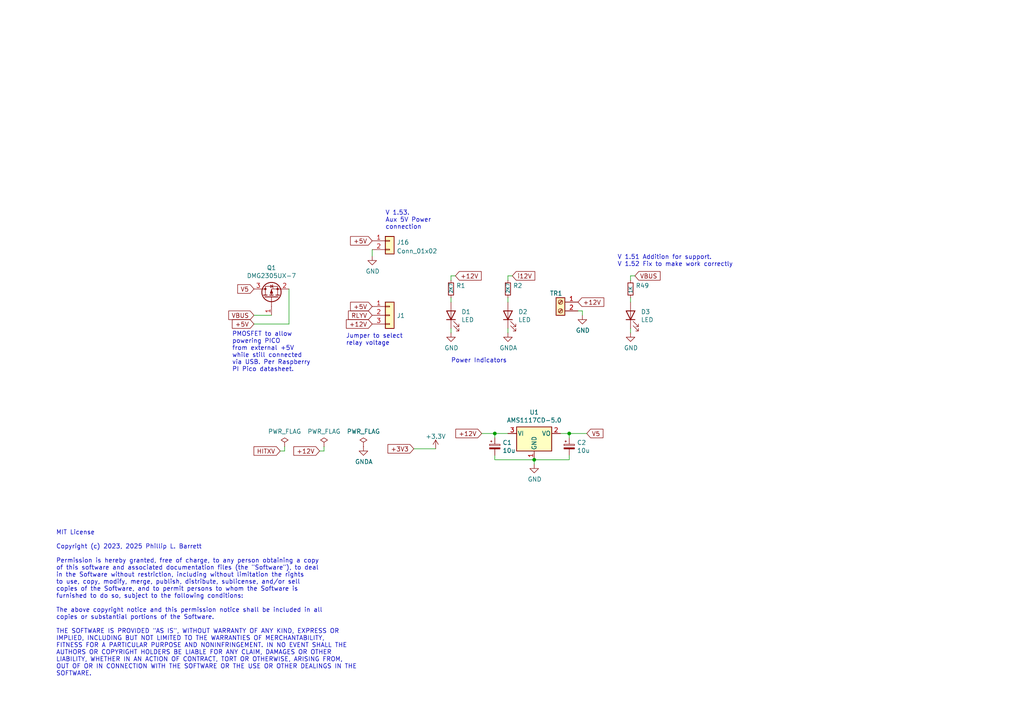
<source format=kicad_sch>
(kicad_sch
	(version 20231120)
	(generator "eeschema")
	(generator_version "8.0")
	(uuid "679b2f05-efc4-4098-852d-236d2fe07913")
	(paper "A4")
	(title_block
		(title "picoCNC ")
		(date "2023-09-13")
		(rev "Ver 1.55eth")
		(company "Brookwood Design")
	)
	(lib_symbols
		(symbol "Connector_Generic:Conn_01x02"
			(pin_names
				(offset 1.016) hide)
			(exclude_from_sim no)
			(in_bom yes)
			(on_board yes)
			(property "Reference" "J"
				(at 0 2.54 0)
				(effects
					(font
						(size 1.27 1.27)
					)
				)
			)
			(property "Value" "Conn_01x02"
				(at 0 -5.08 0)
				(effects
					(font
						(size 1.27 1.27)
					)
				)
			)
			(property "Footprint" ""
				(at 0 0 0)
				(effects
					(font
						(size 1.27 1.27)
					)
					(hide yes)
				)
			)
			(property "Datasheet" "~"
				(at 0 0 0)
				(effects
					(font
						(size 1.27 1.27)
					)
					(hide yes)
				)
			)
			(property "Description" "Generic connector, single row, 01x02, script generated (kicad-library-utils/schlib/autogen/connector/)"
				(at 0 0 0)
				(effects
					(font
						(size 1.27 1.27)
					)
					(hide yes)
				)
			)
			(property "ki_keywords" "connector"
				(at 0 0 0)
				(effects
					(font
						(size 1.27 1.27)
					)
					(hide yes)
				)
			)
			(property "ki_fp_filters" "Connector*:*_1x??_*"
				(at 0 0 0)
				(effects
					(font
						(size 1.27 1.27)
					)
					(hide yes)
				)
			)
			(symbol "Conn_01x02_1_1"
				(rectangle
					(start -1.27 -2.413)
					(end 0 -2.667)
					(stroke
						(width 0.1524)
						(type default)
					)
					(fill
						(type none)
					)
				)
				(rectangle
					(start -1.27 0.127)
					(end 0 -0.127)
					(stroke
						(width 0.1524)
						(type default)
					)
					(fill
						(type none)
					)
				)
				(rectangle
					(start -1.27 1.27)
					(end 1.27 -3.81)
					(stroke
						(width 0.254)
						(type default)
					)
					(fill
						(type background)
					)
				)
				(pin passive line
					(at -5.08 0 0)
					(length 3.81)
					(name "Pin_1"
						(effects
							(font
								(size 1.27 1.27)
							)
						)
					)
					(number "1"
						(effects
							(font
								(size 1.27 1.27)
							)
						)
					)
				)
				(pin passive line
					(at -5.08 -2.54 0)
					(length 3.81)
					(name "Pin_2"
						(effects
							(font
								(size 1.27 1.27)
							)
						)
					)
					(number "2"
						(effects
							(font
								(size 1.27 1.27)
							)
						)
					)
				)
			)
		)
		(symbol "Device:C_Polarized_Small"
			(pin_numbers hide)
			(pin_names
				(offset 0.254) hide)
			(exclude_from_sim no)
			(in_bom yes)
			(on_board yes)
			(property "Reference" "C"
				(at 0.254 1.778 0)
				(effects
					(font
						(size 1.27 1.27)
					)
					(justify left)
				)
			)
			(property "Value" "C_Polarized_Small"
				(at 0.254 -2.032 0)
				(effects
					(font
						(size 1.27 1.27)
					)
					(justify left)
				)
			)
			(property "Footprint" ""
				(at 0 0 0)
				(effects
					(font
						(size 1.27 1.27)
					)
					(hide yes)
				)
			)
			(property "Datasheet" "~"
				(at 0 0 0)
				(effects
					(font
						(size 1.27 1.27)
					)
					(hide yes)
				)
			)
			(property "Description" "Polarized capacitor, small symbol"
				(at 0 0 0)
				(effects
					(font
						(size 1.27 1.27)
					)
					(hide yes)
				)
			)
			(property "ki_keywords" "cap capacitor"
				(at 0 0 0)
				(effects
					(font
						(size 1.27 1.27)
					)
					(hide yes)
				)
			)
			(property "ki_fp_filters" "CP_*"
				(at 0 0 0)
				(effects
					(font
						(size 1.27 1.27)
					)
					(hide yes)
				)
			)
			(symbol "C_Polarized_Small_0_1"
				(rectangle
					(start -1.524 -0.3048)
					(end 1.524 -0.6858)
					(stroke
						(width 0)
						(type default)
					)
					(fill
						(type outline)
					)
				)
				(rectangle
					(start -1.524 0.6858)
					(end 1.524 0.3048)
					(stroke
						(width 0)
						(type default)
					)
					(fill
						(type none)
					)
				)
				(polyline
					(pts
						(xy -1.27 1.524) (xy -0.762 1.524)
					)
					(stroke
						(width 0)
						(type default)
					)
					(fill
						(type none)
					)
				)
				(polyline
					(pts
						(xy -1.016 1.27) (xy -1.016 1.778)
					)
					(stroke
						(width 0)
						(type default)
					)
					(fill
						(type none)
					)
				)
			)
			(symbol "C_Polarized_Small_1_1"
				(pin passive line
					(at 0 2.54 270)
					(length 1.8542)
					(name "~"
						(effects
							(font
								(size 1.27 1.27)
							)
						)
					)
					(number "1"
						(effects
							(font
								(size 1.27 1.27)
							)
						)
					)
				)
				(pin passive line
					(at 0 -2.54 90)
					(length 1.8542)
					(name "~"
						(effects
							(font
								(size 1.27 1.27)
							)
						)
					)
					(number "2"
						(effects
							(font
								(size 1.27 1.27)
							)
						)
					)
				)
			)
		)
		(symbol "Device:LED"
			(pin_numbers hide)
			(pin_names
				(offset 1.016) hide)
			(exclude_from_sim no)
			(in_bom yes)
			(on_board yes)
			(property "Reference" "D"
				(at 0 2.54 0)
				(effects
					(font
						(size 1.27 1.27)
					)
				)
			)
			(property "Value" "LED"
				(at 0 -2.54 0)
				(effects
					(font
						(size 1.27 1.27)
					)
				)
			)
			(property "Footprint" ""
				(at 0 0 0)
				(effects
					(font
						(size 1.27 1.27)
					)
					(hide yes)
				)
			)
			(property "Datasheet" "~"
				(at 0 0 0)
				(effects
					(font
						(size 1.27 1.27)
					)
					(hide yes)
				)
			)
			(property "Description" "Light emitting diode"
				(at 0 0 0)
				(effects
					(font
						(size 1.27 1.27)
					)
					(hide yes)
				)
			)
			(property "ki_keywords" "LED diode"
				(at 0 0 0)
				(effects
					(font
						(size 1.27 1.27)
					)
					(hide yes)
				)
			)
			(property "ki_fp_filters" "LED* LED_SMD:* LED_THT:*"
				(at 0 0 0)
				(effects
					(font
						(size 1.27 1.27)
					)
					(hide yes)
				)
			)
			(symbol "LED_0_1"
				(polyline
					(pts
						(xy -1.27 -1.27) (xy -1.27 1.27)
					)
					(stroke
						(width 0.254)
						(type default)
					)
					(fill
						(type none)
					)
				)
				(polyline
					(pts
						(xy -1.27 0) (xy 1.27 0)
					)
					(stroke
						(width 0)
						(type default)
					)
					(fill
						(type none)
					)
				)
				(polyline
					(pts
						(xy 1.27 -1.27) (xy 1.27 1.27) (xy -1.27 0) (xy 1.27 -1.27)
					)
					(stroke
						(width 0.254)
						(type default)
					)
					(fill
						(type none)
					)
				)
				(polyline
					(pts
						(xy -3.048 -0.762) (xy -4.572 -2.286) (xy -3.81 -2.286) (xy -4.572 -2.286) (xy -4.572 -1.524)
					)
					(stroke
						(width 0)
						(type default)
					)
					(fill
						(type none)
					)
				)
				(polyline
					(pts
						(xy -1.778 -0.762) (xy -3.302 -2.286) (xy -2.54 -2.286) (xy -3.302 -2.286) (xy -3.302 -1.524)
					)
					(stroke
						(width 0)
						(type default)
					)
					(fill
						(type none)
					)
				)
			)
			(symbol "LED_1_1"
				(pin passive line
					(at -3.81 0 0)
					(length 2.54)
					(name "K"
						(effects
							(font
								(size 1.27 1.27)
							)
						)
					)
					(number "1"
						(effects
							(font
								(size 1.27 1.27)
							)
						)
					)
				)
				(pin passive line
					(at 3.81 0 180)
					(length 2.54)
					(name "A"
						(effects
							(font
								(size 1.27 1.27)
							)
						)
					)
					(number "2"
						(effects
							(font
								(size 1.27 1.27)
							)
						)
					)
				)
			)
		)
		(symbol "Device:Q_PMOS_GSD"
			(pin_names
				(offset 0) hide)
			(exclude_from_sim no)
			(in_bom yes)
			(on_board yes)
			(property "Reference" "Q"
				(at 5.08 1.27 0)
				(effects
					(font
						(size 1.27 1.27)
					)
					(justify left)
				)
			)
			(property "Value" "Q_PMOS_GSD"
				(at 5.08 -1.27 0)
				(effects
					(font
						(size 1.27 1.27)
					)
					(justify left)
				)
			)
			(property "Footprint" ""
				(at 5.08 2.54 0)
				(effects
					(font
						(size 1.27 1.27)
					)
					(hide yes)
				)
			)
			(property "Datasheet" "~"
				(at 0 0 0)
				(effects
					(font
						(size 1.27 1.27)
					)
					(hide yes)
				)
			)
			(property "Description" "P-MOSFET transistor, gate/source/drain"
				(at 0 0 0)
				(effects
					(font
						(size 1.27 1.27)
					)
					(hide yes)
				)
			)
			(property "ki_keywords" "transistor PMOS P-MOS P-MOSFET"
				(at 0 0 0)
				(effects
					(font
						(size 1.27 1.27)
					)
					(hide yes)
				)
			)
			(symbol "Q_PMOS_GSD_0_1"
				(polyline
					(pts
						(xy 0.254 0) (xy -2.54 0)
					)
					(stroke
						(width 0)
						(type default)
					)
					(fill
						(type none)
					)
				)
				(polyline
					(pts
						(xy 0.254 1.905) (xy 0.254 -1.905)
					)
					(stroke
						(width 0.254)
						(type default)
					)
					(fill
						(type none)
					)
				)
				(polyline
					(pts
						(xy 0.762 -1.27) (xy 0.762 -2.286)
					)
					(stroke
						(width 0.254)
						(type default)
					)
					(fill
						(type none)
					)
				)
				(polyline
					(pts
						(xy 0.762 0.508) (xy 0.762 -0.508)
					)
					(stroke
						(width 0.254)
						(type default)
					)
					(fill
						(type none)
					)
				)
				(polyline
					(pts
						(xy 0.762 2.286) (xy 0.762 1.27)
					)
					(stroke
						(width 0.254)
						(type default)
					)
					(fill
						(type none)
					)
				)
				(polyline
					(pts
						(xy 2.54 2.54) (xy 2.54 1.778)
					)
					(stroke
						(width 0)
						(type default)
					)
					(fill
						(type none)
					)
				)
				(polyline
					(pts
						(xy 2.54 -2.54) (xy 2.54 0) (xy 0.762 0)
					)
					(stroke
						(width 0)
						(type default)
					)
					(fill
						(type none)
					)
				)
				(polyline
					(pts
						(xy 0.762 1.778) (xy 3.302 1.778) (xy 3.302 -1.778) (xy 0.762 -1.778)
					)
					(stroke
						(width 0)
						(type default)
					)
					(fill
						(type none)
					)
				)
				(polyline
					(pts
						(xy 2.286 0) (xy 1.27 0.381) (xy 1.27 -0.381) (xy 2.286 0)
					)
					(stroke
						(width 0)
						(type default)
					)
					(fill
						(type outline)
					)
				)
				(polyline
					(pts
						(xy 2.794 -0.508) (xy 2.921 -0.381) (xy 3.683 -0.381) (xy 3.81 -0.254)
					)
					(stroke
						(width 0)
						(type default)
					)
					(fill
						(type none)
					)
				)
				(polyline
					(pts
						(xy 3.302 -0.381) (xy 2.921 0.254) (xy 3.683 0.254) (xy 3.302 -0.381)
					)
					(stroke
						(width 0)
						(type default)
					)
					(fill
						(type none)
					)
				)
				(circle
					(center 1.651 0)
					(radius 2.794)
					(stroke
						(width 0.254)
						(type default)
					)
					(fill
						(type none)
					)
				)
				(circle
					(center 2.54 -1.778)
					(radius 0.254)
					(stroke
						(width 0)
						(type default)
					)
					(fill
						(type outline)
					)
				)
				(circle
					(center 2.54 1.778)
					(radius 0.254)
					(stroke
						(width 0)
						(type default)
					)
					(fill
						(type outline)
					)
				)
			)
			(symbol "Q_PMOS_GSD_1_1"
				(pin input line
					(at -5.08 0 0)
					(length 2.54)
					(name "G"
						(effects
							(font
								(size 1.27 1.27)
							)
						)
					)
					(number "1"
						(effects
							(font
								(size 1.27 1.27)
							)
						)
					)
				)
				(pin passive line
					(at 2.54 -5.08 90)
					(length 2.54)
					(name "S"
						(effects
							(font
								(size 1.27 1.27)
							)
						)
					)
					(number "2"
						(effects
							(font
								(size 1.27 1.27)
							)
						)
					)
				)
				(pin passive line
					(at 2.54 5.08 270)
					(length 2.54)
					(name "D"
						(effects
							(font
								(size 1.27 1.27)
							)
						)
					)
					(number "3"
						(effects
							(font
								(size 1.27 1.27)
							)
						)
					)
				)
			)
		)
		(symbol "Device:R_Small"
			(pin_numbers hide)
			(pin_names
				(offset 0.254) hide)
			(exclude_from_sim no)
			(in_bom yes)
			(on_board yes)
			(property "Reference" "R"
				(at 0.762 0.508 0)
				(effects
					(font
						(size 1.27 1.27)
					)
					(justify left)
				)
			)
			(property "Value" "R_Small"
				(at 0.762 -1.016 0)
				(effects
					(font
						(size 1.27 1.27)
					)
					(justify left)
				)
			)
			(property "Footprint" ""
				(at 0 0 0)
				(effects
					(font
						(size 1.27 1.27)
					)
					(hide yes)
				)
			)
			(property "Datasheet" "~"
				(at 0 0 0)
				(effects
					(font
						(size 1.27 1.27)
					)
					(hide yes)
				)
			)
			(property "Description" "Resistor, small symbol"
				(at 0 0 0)
				(effects
					(font
						(size 1.27 1.27)
					)
					(hide yes)
				)
			)
			(property "ki_keywords" "R resistor"
				(at 0 0 0)
				(effects
					(font
						(size 1.27 1.27)
					)
					(hide yes)
				)
			)
			(property "ki_fp_filters" "R_*"
				(at 0 0 0)
				(effects
					(font
						(size 1.27 1.27)
					)
					(hide yes)
				)
			)
			(symbol "R_Small_0_1"
				(rectangle
					(start -0.762 1.778)
					(end 0.762 -1.778)
					(stroke
						(width 0.2032)
						(type default)
					)
					(fill
						(type none)
					)
				)
			)
			(symbol "R_Small_1_1"
				(pin passive line
					(at 0 2.54 270)
					(length 0.762)
					(name "~"
						(effects
							(font
								(size 1.27 1.27)
							)
						)
					)
					(number "1"
						(effects
							(font
								(size 1.27 1.27)
							)
						)
					)
				)
				(pin passive line
					(at 0 -2.54 90)
					(length 0.762)
					(name "~"
						(effects
							(font
								(size 1.27 1.27)
							)
						)
					)
					(number "2"
						(effects
							(font
								(size 1.27 1.27)
							)
						)
					)
				)
			)
		)
		(symbol "Regulator_Linear:AMS1117CD-5.0"
			(pin_names
				(offset 0.254)
			)
			(exclude_from_sim no)
			(in_bom yes)
			(on_board yes)
			(property "Reference" "U"
				(at -3.81 3.175 0)
				(effects
					(font
						(size 1.27 1.27)
					)
				)
			)
			(property "Value" "AMS1117CD-5.0"
				(at 0 3.175 0)
				(effects
					(font
						(size 1.27 1.27)
					)
					(justify left)
				)
			)
			(property "Footprint" "Package_TO_SOT_SMD:TO-252-3_TabPin2"
				(at 0 5.08 0)
				(effects
					(font
						(size 1.27 1.27)
					)
					(hide yes)
				)
			)
			(property "Datasheet" "http://www.advanced-monolithic.com/pdf/ds1117.pdf"
				(at 2.54 -6.35 0)
				(effects
					(font
						(size 1.27 1.27)
					)
					(hide yes)
				)
			)
			(property "Description" "1A Low Dropout regulator, positive, 5.0V fixed output, TO-252"
				(at 0 0 0)
				(effects
					(font
						(size 1.27 1.27)
					)
					(hide yes)
				)
			)
			(property "ki_keywords" "linear regulator ldo fixed positive"
				(at 0 0 0)
				(effects
					(font
						(size 1.27 1.27)
					)
					(hide yes)
				)
			)
			(property "ki_fp_filters" "TO?252*TabPin2*"
				(at 0 0 0)
				(effects
					(font
						(size 1.27 1.27)
					)
					(hide yes)
				)
			)
			(symbol "AMS1117CD-5.0_0_1"
				(rectangle
					(start -5.08 -5.08)
					(end 5.08 1.905)
					(stroke
						(width 0.254)
						(type default)
					)
					(fill
						(type background)
					)
				)
			)
			(symbol "AMS1117CD-5.0_1_1"
				(pin power_in line
					(at 0 -7.62 90)
					(length 2.54)
					(name "GND"
						(effects
							(font
								(size 1.27 1.27)
							)
						)
					)
					(number "1"
						(effects
							(font
								(size 1.27 1.27)
							)
						)
					)
				)
				(pin power_out line
					(at 7.62 0 180)
					(length 2.54)
					(name "VO"
						(effects
							(font
								(size 1.27 1.27)
							)
						)
					)
					(number "2"
						(effects
							(font
								(size 1.27 1.27)
							)
						)
					)
				)
				(pin power_in line
					(at -7.62 0 0)
					(length 2.54)
					(name "VI"
						(effects
							(font
								(size 1.27 1.27)
							)
						)
					)
					(number "3"
						(effects
							(font
								(size 1.27 1.27)
							)
						)
					)
				)
			)
		)
		(symbol "picoCNC-rescue:Conn_01x03-conn"
			(pin_names
				(offset 1.016) hide)
			(exclude_from_sim no)
			(in_bom yes)
			(on_board yes)
			(property "Reference" "J"
				(at 0 5.08 0)
				(effects
					(font
						(size 1.27 1.27)
					)
				)
			)
			(property "Value" "Conn_01x03-conn"
				(at 0 -5.08 0)
				(effects
					(font
						(size 1.27 1.27)
					)
				)
			)
			(property "Footprint" ""
				(at 0 0 0)
				(effects
					(font
						(size 1.27 1.27)
					)
					(hide yes)
				)
			)
			(property "Datasheet" ""
				(at 0 0 0)
				(effects
					(font
						(size 1.27 1.27)
					)
					(hide yes)
				)
			)
			(property "Description" ""
				(at 0 0 0)
				(effects
					(font
						(size 1.27 1.27)
					)
					(hide yes)
				)
			)
			(property "ki_fp_filters" "Connector*:*_??x*mm* Connector*:*1x??x*mm* Pin?Header?Straight?1X* Pin?Header?Angled?1X* Socket?Strip?Straight?1X* Socket?Strip?Angled?1X*"
				(at 0 0 0)
				(effects
					(font
						(size 1.27 1.27)
					)
					(hide yes)
				)
			)
			(symbol "Conn_01x03-conn_1_1"
				(rectangle
					(start -1.27 -2.413)
					(end 0 -2.667)
					(stroke
						(width 0.1524)
						(type default)
					)
					(fill
						(type none)
					)
				)
				(rectangle
					(start -1.27 0.127)
					(end 0 -0.127)
					(stroke
						(width 0.1524)
						(type default)
					)
					(fill
						(type none)
					)
				)
				(rectangle
					(start -1.27 2.667)
					(end 0 2.413)
					(stroke
						(width 0.1524)
						(type default)
					)
					(fill
						(type none)
					)
				)
				(rectangle
					(start -1.27 3.81)
					(end 1.27 -3.81)
					(stroke
						(width 0.254)
						(type default)
					)
					(fill
						(type background)
					)
				)
				(pin passive line
					(at -5.08 2.54 0)
					(length 3.81)
					(name "Pin_1"
						(effects
							(font
								(size 1.27 1.27)
							)
						)
					)
					(number "1"
						(effects
							(font
								(size 1.27 1.27)
							)
						)
					)
				)
				(pin passive line
					(at -5.08 0 0)
					(length 3.81)
					(name "Pin_2"
						(effects
							(font
								(size 1.27 1.27)
							)
						)
					)
					(number "2"
						(effects
							(font
								(size 1.27 1.27)
							)
						)
					)
				)
				(pin passive line
					(at -5.08 -2.54 0)
					(length 3.81)
					(name "Pin_3"
						(effects
							(font
								(size 1.27 1.27)
							)
						)
					)
					(number "3"
						(effects
							(font
								(size 1.27 1.27)
							)
						)
					)
				)
			)
		)
		(symbol "picoCNC-rescue:Screw_Terminal_01x02-conn"
			(pin_names
				(offset 1.016) hide)
			(exclude_from_sim no)
			(in_bom yes)
			(on_board yes)
			(property "Reference" "J"
				(at 0 2.54 0)
				(effects
					(font
						(size 1.27 1.27)
					)
				)
			)
			(property "Value" "Screw_Terminal_01x02-conn"
				(at 0 -5.08 0)
				(effects
					(font
						(size 1.27 1.27)
					)
				)
			)
			(property "Footprint" ""
				(at 0 0 0)
				(effects
					(font
						(size 1.27 1.27)
					)
					(hide yes)
				)
			)
			(property "Datasheet" ""
				(at 0 0 0)
				(effects
					(font
						(size 1.27 1.27)
					)
					(hide yes)
				)
			)
			(property "Description" ""
				(at 0 0 0)
				(effects
					(font
						(size 1.27 1.27)
					)
					(hide yes)
				)
			)
			(property "ki_fp_filters" "Connector*Terminal*Block*:* TerminalBlock*"
				(at 0 0 0)
				(effects
					(font
						(size 1.27 1.27)
					)
					(hide yes)
				)
			)
			(symbol "Screw_Terminal_01x02-conn_1_1"
				(rectangle
					(start -1.27 1.27)
					(end 1.27 -3.81)
					(stroke
						(width 0.254)
						(type default)
					)
					(fill
						(type background)
					)
				)
				(circle
					(center 0 -2.54)
					(radius 0.635)
					(stroke
						(width 0.1524)
						(type default)
					)
					(fill
						(type none)
					)
				)
				(polyline
					(pts
						(xy -0.5334 -2.2098) (xy 0.3302 -3.048)
					)
					(stroke
						(width 0.1524)
						(type default)
					)
					(fill
						(type none)
					)
				)
				(polyline
					(pts
						(xy -0.5334 0.3302) (xy 0.3302 -0.508)
					)
					(stroke
						(width 0.1524)
						(type default)
					)
					(fill
						(type none)
					)
				)
				(polyline
					(pts
						(xy -0.3556 -2.032) (xy 0.508 -2.8702)
					)
					(stroke
						(width 0.1524)
						(type default)
					)
					(fill
						(type none)
					)
				)
				(polyline
					(pts
						(xy -0.3556 0.508) (xy 0.508 -0.3302)
					)
					(stroke
						(width 0.1524)
						(type default)
					)
					(fill
						(type none)
					)
				)
				(circle
					(center 0 0)
					(radius 0.635)
					(stroke
						(width 0.1524)
						(type default)
					)
					(fill
						(type none)
					)
				)
				(pin passive line
					(at -5.08 0 0)
					(length 3.81)
					(name "Pin_1"
						(effects
							(font
								(size 1.27 1.27)
							)
						)
					)
					(number "1"
						(effects
							(font
								(size 1.27 1.27)
							)
						)
					)
				)
				(pin passive line
					(at -5.08 -2.54 0)
					(length 3.81)
					(name "Pin_2"
						(effects
							(font
								(size 1.27 1.27)
							)
						)
					)
					(number "2"
						(effects
							(font
								(size 1.27 1.27)
							)
						)
					)
				)
			)
		)
		(symbol "power:+3.3V"
			(power)
			(pin_names
				(offset 0)
			)
			(exclude_from_sim no)
			(in_bom yes)
			(on_board yes)
			(property "Reference" "#PWR"
				(at 0 -3.81 0)
				(effects
					(font
						(size 1.27 1.27)
					)
					(hide yes)
				)
			)
			(property "Value" "+3.3V"
				(at 0 3.556 0)
				(effects
					(font
						(size 1.27 1.27)
					)
				)
			)
			(property "Footprint" ""
				(at 0 0 0)
				(effects
					(font
						(size 1.27 1.27)
					)
					(hide yes)
				)
			)
			(property "Datasheet" ""
				(at 0 0 0)
				(effects
					(font
						(size 1.27 1.27)
					)
					(hide yes)
				)
			)
			(property "Description" "Power symbol creates a global label with name \"+3.3V\""
				(at 0 0 0)
				(effects
					(font
						(size 1.27 1.27)
					)
					(hide yes)
				)
			)
			(property "ki_keywords" "power-flag"
				(at 0 0 0)
				(effects
					(font
						(size 1.27 1.27)
					)
					(hide yes)
				)
			)
			(symbol "+3.3V_0_1"
				(polyline
					(pts
						(xy -0.762 1.27) (xy 0 2.54)
					)
					(stroke
						(width 0)
						(type default)
					)
					(fill
						(type none)
					)
				)
				(polyline
					(pts
						(xy 0 0) (xy 0 2.54)
					)
					(stroke
						(width 0)
						(type default)
					)
					(fill
						(type none)
					)
				)
				(polyline
					(pts
						(xy 0 2.54) (xy 0.762 1.27)
					)
					(stroke
						(width 0)
						(type default)
					)
					(fill
						(type none)
					)
				)
			)
			(symbol "+3.3V_1_1"
				(pin power_in line
					(at 0 0 90)
					(length 0) hide
					(name "+3.3V"
						(effects
							(font
								(size 1.27 1.27)
							)
						)
					)
					(number "1"
						(effects
							(font
								(size 1.27 1.27)
							)
						)
					)
				)
			)
		)
		(symbol "power:GND"
			(power)
			(pin_names
				(offset 0)
			)
			(exclude_from_sim no)
			(in_bom yes)
			(on_board yes)
			(property "Reference" "#PWR"
				(at 0 -6.35 0)
				(effects
					(font
						(size 1.27 1.27)
					)
					(hide yes)
				)
			)
			(property "Value" "GND"
				(at 0 -3.81 0)
				(effects
					(font
						(size 1.27 1.27)
					)
				)
			)
			(property "Footprint" ""
				(at 0 0 0)
				(effects
					(font
						(size 1.27 1.27)
					)
					(hide yes)
				)
			)
			(property "Datasheet" ""
				(at 0 0 0)
				(effects
					(font
						(size 1.27 1.27)
					)
					(hide yes)
				)
			)
			(property "Description" "Power symbol creates a global label with name \"GND\" , ground"
				(at 0 0 0)
				(effects
					(font
						(size 1.27 1.27)
					)
					(hide yes)
				)
			)
			(property "ki_keywords" "power-flag"
				(at 0 0 0)
				(effects
					(font
						(size 1.27 1.27)
					)
					(hide yes)
				)
			)
			(symbol "GND_0_1"
				(polyline
					(pts
						(xy 0 0) (xy 0 -1.27) (xy 1.27 -1.27) (xy 0 -2.54) (xy -1.27 -1.27) (xy 0 -1.27)
					)
					(stroke
						(width 0)
						(type default)
					)
					(fill
						(type none)
					)
				)
			)
			(symbol "GND_1_1"
				(pin power_in line
					(at 0 0 270)
					(length 0) hide
					(name "GND"
						(effects
							(font
								(size 1.27 1.27)
							)
						)
					)
					(number "1"
						(effects
							(font
								(size 1.27 1.27)
							)
						)
					)
				)
			)
		)
		(symbol "power:GNDA"
			(power)
			(pin_names
				(offset 0)
			)
			(exclude_from_sim no)
			(in_bom yes)
			(on_board yes)
			(property "Reference" "#PWR"
				(at 0 -6.35 0)
				(effects
					(font
						(size 1.27 1.27)
					)
					(hide yes)
				)
			)
			(property "Value" "GNDA"
				(at 0 -3.81 0)
				(effects
					(font
						(size 1.27 1.27)
					)
				)
			)
			(property "Footprint" ""
				(at 0 0 0)
				(effects
					(font
						(size 1.27 1.27)
					)
					(hide yes)
				)
			)
			(property "Datasheet" ""
				(at 0 0 0)
				(effects
					(font
						(size 1.27 1.27)
					)
					(hide yes)
				)
			)
			(property "Description" "Power symbol creates a global label with name \"GNDA\" , analog ground"
				(at 0 0 0)
				(effects
					(font
						(size 1.27 1.27)
					)
					(hide yes)
				)
			)
			(property "ki_keywords" "power-flag"
				(at 0 0 0)
				(effects
					(font
						(size 1.27 1.27)
					)
					(hide yes)
				)
			)
			(symbol "GNDA_0_1"
				(polyline
					(pts
						(xy 0 0) (xy 0 -1.27) (xy 1.27 -1.27) (xy 0 -2.54) (xy -1.27 -1.27) (xy 0 -1.27)
					)
					(stroke
						(width 0)
						(type default)
					)
					(fill
						(type none)
					)
				)
			)
			(symbol "GNDA_1_1"
				(pin power_in line
					(at 0 0 270)
					(length 0) hide
					(name "GNDA"
						(effects
							(font
								(size 1.27 1.27)
							)
						)
					)
					(number "1"
						(effects
							(font
								(size 1.27 1.27)
							)
						)
					)
				)
			)
		)
		(symbol "power:PWR_FLAG"
			(power)
			(pin_numbers hide)
			(pin_names
				(offset 0) hide)
			(exclude_from_sim no)
			(in_bom yes)
			(on_board yes)
			(property "Reference" "#FLG"
				(at 0 1.905 0)
				(effects
					(font
						(size 1.27 1.27)
					)
					(hide yes)
				)
			)
			(property "Value" "PWR_FLAG"
				(at 0 3.81 0)
				(effects
					(font
						(size 1.27 1.27)
					)
				)
			)
			(property "Footprint" ""
				(at 0 0 0)
				(effects
					(font
						(size 1.27 1.27)
					)
					(hide yes)
				)
			)
			(property "Datasheet" "~"
				(at 0 0 0)
				(effects
					(font
						(size 1.27 1.27)
					)
					(hide yes)
				)
			)
			(property "Description" "Special symbol for telling ERC where power comes from"
				(at 0 0 0)
				(effects
					(font
						(size 1.27 1.27)
					)
					(hide yes)
				)
			)
			(property "ki_keywords" "power-flag"
				(at 0 0 0)
				(effects
					(font
						(size 1.27 1.27)
					)
					(hide yes)
				)
			)
			(symbol "PWR_FLAG_0_0"
				(pin power_out line
					(at 0 0 90)
					(length 0)
					(name "pwr"
						(effects
							(font
								(size 1.27 1.27)
							)
						)
					)
					(number "1"
						(effects
							(font
								(size 1.27 1.27)
							)
						)
					)
				)
			)
			(symbol "PWR_FLAG_0_1"
				(polyline
					(pts
						(xy 0 0) (xy 0 1.27) (xy -1.016 1.905) (xy 0 2.54) (xy 1.016 1.905) (xy 0 1.27)
					)
					(stroke
						(width 0)
						(type default)
					)
					(fill
						(type none)
					)
				)
			)
		)
	)
	(junction
		(at 165.1 125.73)
		(diameter 0)
		(color 0 0 0 0)
		(uuid "8db74f68-3be9-46b3-8add-131d99e5cde8")
	)
	(junction
		(at 143.51 125.73)
		(diameter 0)
		(color 0 0 0 0)
		(uuid "a64e2691-445b-4acc-b44b-3cd6a2f25454")
	)
	(junction
		(at 154.94 133.35)
		(diameter 0)
		(color 0 0 0 0)
		(uuid "eaab2129-4e1c-4325-ad74-344b65ff60e5")
	)
	(wire
		(pts
			(xy 73.66 93.98) (xy 83.82 93.98)
		)
		(stroke
			(width 0)
			(type default)
		)
		(uuid "0d67812d-cfac-40e5-a678-5b64a0f0c1f4")
	)
	(wire
		(pts
			(xy 73.66 91.44) (xy 78.74 91.44)
		)
		(stroke
			(width 0)
			(type default)
		)
		(uuid "1041a67f-7be4-450c-a1ba-dc8d39e99112")
	)
	(wire
		(pts
			(xy 154.94 134.62) (xy 154.94 133.35)
		)
		(stroke
			(width 0)
			(type default)
		)
		(uuid "13070104-4ff7-43f2-af1a-7bdf44be2d00")
	)
	(wire
		(pts
			(xy 93.98 130.81) (xy 93.98 129.54)
		)
		(stroke
			(width 0)
			(type default)
		)
		(uuid "15baf847-8a22-49d6-ad66-ac47f43d5129")
	)
	(wire
		(pts
			(xy 154.94 133.35) (xy 165.1 133.35)
		)
		(stroke
			(width 0)
			(type default)
		)
		(uuid "1f9dc3e4-547c-4cc3-8728-360134795a52")
	)
	(wire
		(pts
			(xy 162.56 125.73) (xy 165.1 125.73)
		)
		(stroke
			(width 0)
			(type default)
		)
		(uuid "236b9a14-75e2-4a61-9e45-7efb25a56f1a")
	)
	(wire
		(pts
			(xy 143.51 133.35) (xy 154.94 133.35)
		)
		(stroke
			(width 0)
			(type default)
		)
		(uuid "2bfd02bf-c62b-4382-b9aa-f029aacb0e31")
	)
	(wire
		(pts
			(xy 165.1 133.35) (xy 165.1 132.08)
		)
		(stroke
			(width 0)
			(type default)
		)
		(uuid "2e88a367-9385-434e-9481-21b938152a54")
	)
	(wire
		(pts
			(xy 130.81 80.01) (xy 132.08 80.01)
		)
		(stroke
			(width 0)
			(type default)
		)
		(uuid "30e8bb0f-537d-46c5-92f2-2f4584b1985f")
	)
	(wire
		(pts
			(xy 92.71 130.81) (xy 93.98 130.81)
		)
		(stroke
			(width 0)
			(type default)
		)
		(uuid "45414ce8-5b50-4013-befb-c8bd819f0d35")
	)
	(wire
		(pts
			(xy 120.015 130.175) (xy 126.365 130.175)
		)
		(stroke
			(width 0)
			(type default)
		)
		(uuid "4ad20386-2943-4dd0-baf0-a606eb176665")
	)
	(wire
		(pts
			(xy 182.88 96.52) (xy 182.88 95.25)
		)
		(stroke
			(width 0)
			(type default)
		)
		(uuid "5cda35e3-9b93-407a-91cb-b65c82f7cfbf")
	)
	(wire
		(pts
			(xy 147.32 96.52) (xy 147.32 95.25)
		)
		(stroke
			(width 0)
			(type default)
		)
		(uuid "60340496-4de2-4aeb-814e-6c0ddb91a875")
	)
	(wire
		(pts
			(xy 82.55 130.81) (xy 82.55 129.54)
		)
		(stroke
			(width 0)
			(type default)
		)
		(uuid "764d002b-776c-49b0-9788-0948b6fbbcbe")
	)
	(wire
		(pts
			(xy 130.81 81.28) (xy 130.81 80.01)
		)
		(stroke
			(width 0)
			(type default)
		)
		(uuid "7b598cb7-7812-48c3-b53d-c446f1da2b34")
	)
	(wire
		(pts
			(xy 182.88 80.01) (xy 184.15 80.01)
		)
		(stroke
			(width 0)
			(type default)
		)
		(uuid "7c30d32d-8fe5-43f0-a222-d394fe32c06f")
	)
	(wire
		(pts
			(xy 143.51 132.08) (xy 143.51 133.35)
		)
		(stroke
			(width 0)
			(type default)
		)
		(uuid "82495cf8-40a2-4809-9562-8880a832d3f6")
	)
	(wire
		(pts
			(xy 182.88 81.28) (xy 182.88 80.01)
		)
		(stroke
			(width 0)
			(type default)
		)
		(uuid "8dad61df-9d54-42ff-976f-67936acdb967")
	)
	(wire
		(pts
			(xy 130.81 96.52) (xy 130.81 95.25)
		)
		(stroke
			(width 0)
			(type default)
		)
		(uuid "8e64a4c8-da89-46f6-ad61-9000e37ee784")
	)
	(wire
		(pts
			(xy 147.32 125.73) (xy 143.51 125.73)
		)
		(stroke
			(width 0)
			(type default)
		)
		(uuid "95cc0ca0-410a-478b-9ef4-103be0acd456")
	)
	(wire
		(pts
			(xy 130.81 87.63) (xy 130.81 86.36)
		)
		(stroke
			(width 0)
			(type default)
		)
		(uuid "96944b67-4942-45ba-91a1-062298185651")
	)
	(wire
		(pts
			(xy 83.82 83.82) (xy 83.82 93.98)
		)
		(stroke
			(width 0)
			(type default)
		)
		(uuid "9e5b9738-1378-45bc-84c7-b06b7932a77d")
	)
	(wire
		(pts
			(xy 165.1 125.73) (xy 170.18 125.73)
		)
		(stroke
			(width 0)
			(type default)
		)
		(uuid "a3e751ba-404a-48ce-8af2-a4fe6f9a51cb")
	)
	(wire
		(pts
			(xy 167.64 90.17) (xy 168.91 90.17)
		)
		(stroke
			(width 0)
			(type default)
		)
		(uuid "a53f8cc5-b306-46ab-ba64-435617a7f608")
	)
	(wire
		(pts
			(xy 147.32 87.63) (xy 147.32 86.36)
		)
		(stroke
			(width 0)
			(type default)
		)
		(uuid "b078b60a-2173-49fb-9975-46646afb6085")
	)
	(wire
		(pts
			(xy 143.51 125.73) (xy 143.51 127)
		)
		(stroke
			(width 0)
			(type default)
		)
		(uuid "bdd639bb-caa8-40da-8075-3793b7ae6a48")
	)
	(wire
		(pts
			(xy 182.88 87.63) (xy 182.88 86.36)
		)
		(stroke
			(width 0)
			(type default)
		)
		(uuid "c09e35ff-dffd-45f2-bf26-c08e8620a7b5")
	)
	(wire
		(pts
			(xy 81.28 130.81) (xy 82.55 130.81)
		)
		(stroke
			(width 0)
			(type default)
		)
		(uuid "c0be64f1-8797-407e-bb12-406e315b7c6a")
	)
	(wire
		(pts
			(xy 107.95 74.295) (xy 107.95 72.39)
		)
		(stroke
			(width 0)
			(type default)
		)
		(uuid "caa5b54c-d810-428a-aa1c-3b880fa0faaa")
	)
	(wire
		(pts
			(xy 147.32 80.01) (xy 148.59 80.01)
		)
		(stroke
			(width 0)
			(type default)
		)
		(uuid "dd67253c-6597-4405-bb14-6c605950aa2d")
	)
	(wire
		(pts
			(xy 139.7 125.73) (xy 143.51 125.73)
		)
		(stroke
			(width 0)
			(type default)
		)
		(uuid "e7f6326d-13a6-4445-a92a-28a6a8e71dfb")
	)
	(wire
		(pts
			(xy 165.1 125.73) (xy 165.1 127)
		)
		(stroke
			(width 0)
			(type default)
		)
		(uuid "ecdf8c0b-b9fe-45c1-bce1-dc284a0fd62f")
	)
	(wire
		(pts
			(xy 168.91 90.17) (xy 168.91 91.44)
		)
		(stroke
			(width 0)
			(type default)
		)
		(uuid "f4d44e73-6a78-45da-a9b0-708ba25d83fe")
	)
	(wire
		(pts
			(xy 147.32 81.28) (xy 147.32 80.01)
		)
		(stroke
			(width 0)
			(type default)
		)
		(uuid "f4ef14fd-60bb-4136-9ab8-ecca4cd889fa")
	)
	(text "V 1.53. \nAux 5V Power\nconnection"
		(exclude_from_sim no)
		(at 111.76 66.675 0)
		(effects
			(font
				(size 1.27 1.27)
			)
			(justify left bottom)
		)
		(uuid "09972ac8-9d33-403b-a6a7-920dacd7fdec")
	)
	(text "Power Indicators"
		(exclude_from_sim no)
		(at 130.81 105.41 0)
		(effects
			(font
				(size 1.27 1.27)
			)
			(justify left bottom)
		)
		(uuid "202d2084-c65a-4725-905c-7b63235b0828")
	)
	(text "Jumper to select \nrelay voltage"
		(exclude_from_sim no)
		(at 100.33 100.33 0)
		(effects
			(font
				(size 1.27 1.27)
			)
			(justify left bottom)
		)
		(uuid "6ede1683-9de1-48d7-b441-9c28c485ac65")
	)
	(text "V 1.51 Addition for support.\nV 1.52 Fix to make work correctly"
		(exclude_from_sim no)
		(at 179.07 77.47 0)
		(effects
			(font
				(size 1.27 1.27)
			)
			(justify left bottom)
		)
		(uuid "9a82225c-2cfd-43c1-a0e5-62deea86364b")
	)
	(text "MIT License\n\nCopyright (c) 2023, 2025 Phillip L. Barrett\n\nPermission is hereby granted, free of charge, to any person obtaining a copy\nof this software and associated documentation files (the \"Software\"), to deal\nin the Software without restriction, including without limitation the rights\nto use, copy, modify, merge, publish, distribute, sublicense, and/or sell\ncopies of the Software, and to permit persons to whom the Software is\nfurnished to do so, subject to the following conditions:\n\nThe above copyright notice and this permission notice shall be included in all\ncopies or substantial portions of the Software.\n\nTHE SOFTWARE IS PROVIDED \"AS IS\", WITHOUT WARRANTY OF ANY KIND, EXPRESS OR\nIMPLIED, INCLUDING BUT NOT LIMITED TO THE WARRANTIES OF MERCHANTABILITY,\nFITNESS FOR A PARTICULAR PURPOSE AND NONINFRINGEMENT. IN NO EVENT SHALL THE\nAUTHORS OR COPYRIGHT HOLDERS BE LIABLE FOR ANY CLAIM, DAMAGES OR OTHER\nLIABILITY, WHETHER IN AN ACTION OF CONTRACT, TORT OR OTHERWISE, ARISING FROM,\nOUT OF OR IN CONNECTION WITH THE SOFTWARE OR THE USE OR OTHER DEALINGS IN THE\nSOFTWARE."
		(exclude_from_sim no)
		(at 16.256 175.006 0)
		(effects
			(font
				(size 1.27 1.27)
			)
			(justify left)
		)
		(uuid "b5d464c0-3702-484b-aecc-d454378e4c58")
	)
	(text "PMOSFET to allow \npowering PICO \nfrom external +5V\nwhile still connected\nvia USB. Per Raspberry\nPI Pico datasheet."
		(exclude_from_sim no)
		(at 67.31 107.95 0)
		(effects
			(font
				(size 1.27 1.27)
			)
			(justify left bottom)
		)
		(uuid "ef12a9a6-f5ed-4157-9b97-cf710f358c68")
	)
	(global_label "HITXV"
		(shape input)
		(at 81.28 130.81 180)
		(fields_autoplaced yes)
		(effects
			(font
				(size 1.27 1.27)
			)
			(justify right)
		)
		(uuid "03c1f21d-b055-4214-9ab5-29ebdb68f747")
		(property "Intersheetrefs" "${INTERSHEET_REFS}"
			(at 73.748 130.81 0)
			(effects
				(font
					(size 1.27 1.27)
				)
				(justify right)
				(hide yes)
			)
		)
	)
	(global_label "+12V"
		(shape input)
		(at 92.71 130.81 180)
		(fields_autoplaced yes)
		(effects
			(font
				(size 1.27 1.27)
			)
			(justify right)
		)
		(uuid "0a4b5d57-1d4c-4f1e-afdb-3da9bc690d5e")
		(property "Intersheetrefs" "${INTERSHEET_REFS}"
			(at 85.299 130.81 0)
			(effects
				(font
					(size 1.27 1.27)
				)
				(justify right)
				(hide yes)
			)
		)
	)
	(global_label "+5V"
		(shape input)
		(at 107.95 88.9 180)
		(fields_autoplaced yes)
		(effects
			(font
				(size 1.27 1.27)
			)
			(justify right)
		)
		(uuid "4a5255e2-aaec-4b3f-a69d-7268acb1d4ce")
		(property "Intersheetrefs" "${INTERSHEET_REFS}"
			(at 101.7485 88.9 0)
			(effects
				(font
					(size 1.27 1.27)
				)
				(justify right)
				(hide yes)
			)
		)
	)
	(global_label "V5"
		(shape input)
		(at 170.18 125.73 0)
		(fields_autoplaced yes)
		(effects
			(font
				(size 1.27 1.27)
			)
			(justify left)
		)
		(uuid "5dafeb83-ebee-4a00-a140-b2a8c3aab776")
		(property "Intersheetrefs" "${INTERSHEET_REFS}"
			(at 174.8091 125.73 0)
			(effects
				(font
					(size 1.27 1.27)
				)
				(justify left)
				(hide yes)
			)
		)
	)
	(global_label "VBUS"
		(shape input)
		(at 73.66 91.44 180)
		(fields_autoplaced yes)
		(effects
			(font
				(size 1.27 1.27)
			)
			(justify right)
		)
		(uuid "6025d13c-cb84-4a93-8021-b840049a7fa7")
		(property "Intersheetrefs" "${INTERSHEET_REFS}"
			(at 66.4304 91.44 0)
			(effects
				(font
					(size 1.27 1.27)
				)
				(justify right)
				(hide yes)
			)
		)
	)
	(global_label "+12V"
		(shape input)
		(at 167.64 87.63 0)
		(fields_autoplaced yes)
		(effects
			(font
				(size 1.27 1.27)
			)
			(justify left)
		)
		(uuid "79983bb6-9fa2-4813-89bc-57621bccb976")
		(property "Intersheetrefs" "${INTERSHEET_REFS}"
			(at 175.051 87.63 0)
			(effects
				(font
					(size 1.27 1.27)
				)
				(justify left)
				(hide yes)
			)
		)
	)
	(global_label "+12V"
		(shape input)
		(at 132.08 80.01 0)
		(fields_autoplaced yes)
		(effects
			(font
				(size 1.27 1.27)
			)
			(justify left)
		)
		(uuid "7bee08cf-472c-418d-a5c6-bd1b86a078fd")
		(property "Intersheetrefs" "${INTERSHEET_REFS}"
			(at 139.491 80.01 0)
			(effects
				(font
					(size 1.27 1.27)
				)
				(justify left)
				(hide yes)
			)
		)
	)
	(global_label "V5"
		(shape input)
		(at 73.66 83.82 180)
		(fields_autoplaced yes)
		(effects
			(font
				(size 1.27 1.27)
			)
			(justify right)
		)
		(uuid "970ab292-7168-4bc1-adb0-e2fe313d0407")
		(property "Intersheetrefs" "${INTERSHEET_REFS}"
			(at 69.0309 83.82 0)
			(effects
				(font
					(size 1.27 1.27)
				)
				(justify right)
				(hide yes)
			)
		)
	)
	(global_label "VBUS"
		(shape input)
		(at 184.15 80.01 0)
		(fields_autoplaced yes)
		(effects
			(font
				(size 1.27 1.27)
			)
			(justify left)
		)
		(uuid "9d6642d3-8130-4e00-8c01-8d5d07bd4f59")
		(property "Intersheetrefs" "${INTERSHEET_REFS}"
			(at 191.3796 80.01 0)
			(effects
				(font
					(size 1.27 1.27)
				)
				(justify left)
				(hide yes)
			)
		)
	)
	(global_label "+5V"
		(shape input)
		(at 73.66 93.98 180)
		(fields_autoplaced yes)
		(effects
			(font
				(size 1.27 1.27)
			)
			(justify right)
		)
		(uuid "a53cdb45-f3ff-4b9e-b9d4-16859ac8a54c")
		(property "Intersheetrefs" "${INTERSHEET_REFS}"
			(at 67.4585 93.98 0)
			(effects
				(font
					(size 1.27 1.27)
				)
				(justify right)
				(hide yes)
			)
		)
	)
	(global_label "i12V"
		(shape input)
		(at 148.59 80.01 0)
		(fields_autoplaced yes)
		(effects
			(font
				(size 1.27 1.27)
			)
			(justify left)
		)
		(uuid "a9e4f620-c779-4154-81f9-196bb3343c2a")
		(property "Intersheetrefs" "${INTERSHEET_REFS}"
			(at 155.0334 80.01 0)
			(effects
				(font
					(size 1.27 1.27)
				)
				(justify left)
				(hide yes)
			)
		)
	)
	(global_label "+12V"
		(shape input)
		(at 107.95 93.98 180)
		(fields_autoplaced yes)
		(effects
			(font
				(size 1.27 1.27)
			)
			(justify right)
		)
		(uuid "aba58e7b-c2b2-4832-bf02-095a41ad3ce8")
		(property "Intersheetrefs" "${INTERSHEET_REFS}"
			(at 100.539 93.98 0)
			(effects
				(font
					(size 1.27 1.27)
				)
				(justify right)
				(hide yes)
			)
		)
	)
	(global_label "RLYV"
		(shape input)
		(at 107.95 91.44 180)
		(fields_autoplaced yes)
		(effects
			(font
				(size 1.27 1.27)
			)
			(justify right)
		)
		(uuid "b7958dac-780b-4c90-94ae-b757795a41a7")
		(property "Intersheetrefs" "${INTERSHEET_REFS}"
			(at 101.1437 91.44 0)
			(effects
				(font
					(size 1.27 1.27)
				)
				(justify right)
				(hide yes)
			)
		)
	)
	(global_label "+3V3"
		(shape input)
		(at 120.015 130.175 180)
		(fields_autoplaced yes)
		(effects
			(font
				(size 1.27 1.27)
			)
			(justify right)
		)
		(uuid "e5a4bbfd-b13a-4401-aee0-2476179f3de3")
		(property "Intersheetrefs" "${INTERSHEET_REFS}"
			(at 112.6108 130.0956 0)
			(effects
				(font
					(size 1.27 1.27)
				)
				(justify right)
				(hide yes)
			)
		)
	)
	(global_label "+5V"
		(shape input)
		(at 107.95 69.85 180)
		(fields_autoplaced yes)
		(effects
			(font
				(size 1.27 1.27)
			)
			(justify right)
		)
		(uuid "f6639232-0b38-426e-87af-b328be738f56")
		(property "Intersheetrefs" "${INTERSHEET_REFS}"
			(at 0 -19.05 0)
			(effects
				(font
					(size 1.27 1.27)
				)
				(hide yes)
			)
		)
	)
	(global_label "+12V"
		(shape input)
		(at 139.7 125.73 180)
		(fields_autoplaced yes)
		(effects
			(font
				(size 1.27 1.27)
			)
			(justify right)
		)
		(uuid "f7e02e57-4832-4042-abc0-39cbf9c95efa")
		(property "Intersheetrefs" "${INTERSHEET_REFS}"
			(at 132.289 125.73 0)
			(effects
				(font
					(size 1.27 1.27)
				)
				(justify right)
				(hide yes)
			)
		)
	)
	(symbol
		(lib_id "Regulator_Linear:AMS1117CD-5.0")
		(at 154.94 125.73 0)
		(unit 1)
		(exclude_from_sim no)
		(in_bom yes)
		(on_board yes)
		(dnp no)
		(uuid "00000000-0000-0000-0000-0000609e8fdf")
		(property "Reference" "U1"
			(at 154.94 119.5832 0)
			(effects
				(font
					(size 1.27 1.27)
				)
			)
		)
		(property "Value" "AMS1117CD-5.0"
			(at 154.94 121.8946 0)
			(effects
				(font
					(size 1.27 1.27)
				)
			)
		)
		(property "Footprint" "Package_TO_SOT_SMD:SOT-223-3_TabPin2"
			(at 154.94 120.65 0)
			(effects
				(font
					(size 1.27 1.27)
				)
				(hide yes)
			)
		)
		(property "Datasheet" "http://www.advanced-monolithic.com/pdf/ds1117.pdf"
			(at 157.48 132.08 0)
			(effects
				(font
					(size 1.27 1.27)
				)
				(hide yes)
			)
		)
		(property "Description" ""
			(at 154.94 125.73 0)
			(effects
				(font
					(size 1.27 1.27)
				)
				(hide yes)
			)
		)
		(property "LCSC" "C277893"
			(at 154.94 125.73 0)
			(effects
				(font
					(size 1.27 1.27)
				)
				(hide yes)
			)
		)
		(property "Field4" ""
			(at 154.94 125.73 0)
			(effects
				(font
					(size 1.27 1.27)
				)
				(hide yes)
			)
		)
		(pin "1"
			(uuid "a0d9a792-6da4-42a9-a2ec-f44ea631bf3a")
		)
		(pin "2"
			(uuid "8784cc1c-3409-4676-aad3-32441334395e")
		)
		(pin "3"
			(uuid "6576edf5-fddc-46af-8dc8-2f1202c2c894")
		)
		(instances
			(project "picoCNC"
				(path "/b077d441-49f1-48de-a6ad-53217b01ccf9/00000000-0000-0000-0000-00006010fb27"
					(reference "U1")
					(unit 1)
				)
			)
		)
	)
	(symbol
		(lib_id "power:GND")
		(at 154.94 134.62 0)
		(unit 1)
		(exclude_from_sim no)
		(in_bom yes)
		(on_board yes)
		(dnp no)
		(uuid "00000000-0000-0000-0000-0000609ea0b6")
		(property "Reference" "#PWR02"
			(at 154.94 140.97 0)
			(effects
				(font
					(size 1.27 1.27)
				)
				(hide yes)
			)
		)
		(property "Value" "GND"
			(at 155.067 139.0142 0)
			(effects
				(font
					(size 1.27 1.27)
				)
			)
		)
		(property "Footprint" ""
			(at 154.94 134.62 0)
			(effects
				(font
					(size 1.27 1.27)
				)
				(hide yes)
			)
		)
		(property "Datasheet" ""
			(at 154.94 134.62 0)
			(effects
				(font
					(size 1.27 1.27)
				)
				(hide yes)
			)
		)
		(property "Description" ""
			(at 154.94 134.62 0)
			(effects
				(font
					(size 1.27 1.27)
				)
				(hide yes)
			)
		)
		(pin "1"
			(uuid "52f3c8c6-65cd-4b42-b32e-5a9a0baad0b0")
		)
		(instances
			(project "picoCNC"
				(path "/b077d441-49f1-48de-a6ad-53217b01ccf9/00000000-0000-0000-0000-00006010fb27"
					(reference "#PWR02")
					(unit 1)
				)
			)
		)
	)
	(symbol
		(lib_id "Device:C_Polarized_Small")
		(at 143.51 129.54 0)
		(unit 1)
		(exclude_from_sim no)
		(in_bom yes)
		(on_board yes)
		(dnp no)
		(uuid "00000000-0000-0000-0000-0000609ea5f3")
		(property "Reference" "C1"
			(at 145.7452 128.3716 0)
			(effects
				(font
					(size 1.27 1.27)
				)
				(justify left)
			)
		)
		(property "Value" "10u"
			(at 145.7452 130.683 0)
			(effects
				(font
					(size 1.27 1.27)
				)
				(justify left)
			)
		)
		(property "Footprint" "Capacitor_SMD:C_0805_2012Metric"
			(at 143.51 129.54 0)
			(effects
				(font
					(size 1.27 1.27)
				)
				(hide yes)
			)
		)
		(property "Datasheet" "~"
			(at 143.51 129.54 0)
			(effects
				(font
					(size 1.27 1.27)
				)
				(hide yes)
			)
		)
		(property "Description" ""
			(at 143.51 129.54 0)
			(effects
				(font
					(size 1.27 1.27)
				)
				(hide yes)
			)
		)
		(property "LCSC" " C15850"
			(at 143.51 129.54 0)
			(effects
				(font
					(size 1.27 1.27)
				)
				(hide yes)
			)
		)
		(property "Field4" ""
			(at 143.51 129.54 0)
			(effects
				(font
					(size 1.27 1.27)
				)
				(hide yes)
			)
		)
		(pin "1"
			(uuid "39941957-3296-4bfa-be83-3cf48286984d")
		)
		(pin "2"
			(uuid "4debb9b8-c96e-4bda-8c94-c801c9cb8812")
		)
		(instances
			(project "picoCNC"
				(path "/b077d441-49f1-48de-a6ad-53217b01ccf9/00000000-0000-0000-0000-00006010fb27"
					(reference "C1")
					(unit 1)
				)
			)
		)
	)
	(symbol
		(lib_id "Device:C_Polarized_Small")
		(at 165.1 129.54 0)
		(unit 1)
		(exclude_from_sim no)
		(in_bom yes)
		(on_board yes)
		(dnp no)
		(uuid "00000000-0000-0000-0000-0000609eaf83")
		(property "Reference" "C2"
			(at 167.3352 128.3716 0)
			(effects
				(font
					(size 1.27 1.27)
				)
				(justify left)
			)
		)
		(property "Value" "10u"
			(at 167.3352 130.683 0)
			(effects
				(font
					(size 1.27 1.27)
				)
				(justify left)
			)
		)
		(property "Footprint" "Capacitor_SMD:C_0805_2012Metric"
			(at 165.1 129.54 0)
			(effects
				(font
					(size 1.27 1.27)
				)
				(hide yes)
			)
		)
		(property "Datasheet" "~"
			(at 165.1 129.54 0)
			(effects
				(font
					(size 1.27 1.27)
				)
				(hide yes)
			)
		)
		(property "Description" ""
			(at 165.1 129.54 0)
			(effects
				(font
					(size 1.27 1.27)
				)
				(hide yes)
			)
		)
		(property "LCSC" " C15850"
			(at 165.1 129.54 0)
			(effects
				(font
					(size 1.27 1.27)
				)
				(hide yes)
			)
		)
		(property "Field4" ""
			(at 165.1 129.54 0)
			(effects
				(font
					(size 1.27 1.27)
				)
				(hide yes)
			)
		)
		(pin "1"
			(uuid "46d669eb-06b1-4b2c-8ad5-2f72282bcb09")
		)
		(pin "2"
			(uuid "6d005d93-641f-4ecb-b024-7cbf40e50726")
		)
		(instances
			(project "picoCNC"
				(path "/b077d441-49f1-48de-a6ad-53217b01ccf9/00000000-0000-0000-0000-00006010fb27"
					(reference "C2")
					(unit 1)
				)
			)
		)
	)
	(symbol
		(lib_id "Device:Q_PMOS_GSD")
		(at 78.74 86.36 90)
		(unit 1)
		(exclude_from_sim no)
		(in_bom yes)
		(on_board yes)
		(dnp no)
		(uuid "00000000-0000-0000-0000-000060fc312d")
		(property "Reference" "Q1"
			(at 78.74 77.6732 90)
			(effects
				(font
					(size 1.27 1.27)
				)
			)
		)
		(property "Value" "DMG2305UX-7"
			(at 78.74 79.9846 90)
			(effects
				(font
					(size 1.27 1.27)
				)
			)
		)
		(property "Footprint" "phils-footprints:SOT-23-rct"
			(at 76.2 81.28 0)
			(effects
				(font
					(size 1.27 1.27)
				)
				(hide yes)
			)
		)
		(property "Datasheet" "~"
			(at 78.74 86.36 0)
			(effects
				(font
					(size 1.27 1.27)
				)
				(hide yes)
			)
		)
		(property "Description" ""
			(at 78.74 86.36 0)
			(effects
				(font
					(size 1.27 1.27)
				)
				(hide yes)
			)
		)
		(property "LCSC" "C150470"
			(at 78.74 86.36 0)
			(effects
				(font
					(size 1.27 1.27)
				)
				(hide yes)
			)
		)
		(property "Field4" ""
			(at 78.74 86.36 0)
			(effects
				(font
					(size 1.27 1.27)
				)
				(hide yes)
			)
		)
		(pin "1"
			(uuid "4cd32e5c-367b-48ab-9ffe-f8c08b201dd8")
		)
		(pin "2"
			(uuid "73fbff3c-63d5-4de4-827e-07254044fd59")
		)
		(pin "3"
			(uuid "b1590660-b04c-403c-be63-88caa4ce879d")
		)
		(instances
			(project "picoCNC"
				(path "/b077d441-49f1-48de-a6ad-53217b01ccf9/00000000-0000-0000-0000-00006010fb27"
					(reference "Q1")
					(unit 1)
				)
			)
		)
	)
	(symbol
		(lib_id "power:GND")
		(at 168.91 91.44 0)
		(unit 1)
		(exclude_from_sim no)
		(in_bom yes)
		(on_board yes)
		(dnp no)
		(uuid "00000000-0000-0000-0000-000060fc77f1")
		(property "Reference" "#PWR03"
			(at 168.91 97.79 0)
			(effects
				(font
					(size 1.27 1.27)
				)
				(hide yes)
			)
		)
		(property "Value" "GND"
			(at 169.037 95.8342 0)
			(effects
				(font
					(size 1.27 1.27)
				)
			)
		)
		(property "Footprint" ""
			(at 168.91 91.44 0)
			(effects
				(font
					(size 1.27 1.27)
				)
				(hide yes)
			)
		)
		(property "Datasheet" ""
			(at 168.91 91.44 0)
			(effects
				(font
					(size 1.27 1.27)
				)
				(hide yes)
			)
		)
		(property "Description" ""
			(at 168.91 91.44 0)
			(effects
				(font
					(size 1.27 1.27)
				)
				(hide yes)
			)
		)
		(pin "1"
			(uuid "21f044cd-83ba-4d72-8f75-69d3db8c1bfa")
		)
		(instances
			(project "picoCNC"
				(path "/b077d441-49f1-48de-a6ad-53217b01ccf9/00000000-0000-0000-0000-00006010fb27"
					(reference "#PWR03")
					(unit 1)
				)
			)
		)
	)
	(symbol
		(lib_id "Device:LED")
		(at 130.81 91.44 90)
		(unit 1)
		(exclude_from_sim no)
		(in_bom yes)
		(on_board yes)
		(dnp no)
		(uuid "00000000-0000-0000-0000-000060fcdac4")
		(property "Reference" "D1"
			(at 133.8072 90.4494 90)
			(effects
				(font
					(size 1.27 1.27)
				)
				(justify right)
			)
		)
		(property "Value" "LED"
			(at 133.8072 92.7608 90)
			(effects
				(font
					(size 1.27 1.27)
				)
				(justify right)
			)
		)
		(property "Footprint" "LED_SMD:LED_0805_2012Metric"
			(at 130.81 91.44 0)
			(effects
				(font
					(size 1.27 1.27)
				)
				(hide yes)
			)
		)
		(property "Datasheet" "~"
			(at 130.81 91.44 0)
			(effects
				(font
					(size 1.27 1.27)
				)
				(hide yes)
			)
		)
		(property "Description" ""
			(at 130.81 91.44 0)
			(effects
				(font
					(size 1.27 1.27)
				)
				(hide yes)
			)
		)
		(property "LCSC" " C2297"
			(at 130.81 91.44 0)
			(effects
				(font
					(size 1.27 1.27)
				)
				(hide yes)
			)
		)
		(property "Field4" ""
			(at 130.81 91.44 0)
			(effects
				(font
					(size 1.27 1.27)
				)
				(hide yes)
			)
		)
		(pin "1"
			(uuid "e45fff0d-6679-4deb-9f43-564005322642")
		)
		(pin "2"
			(uuid "cfc51671-2ebf-4ef0-b9b8-76e5d0fc26c4")
		)
		(instances
			(project "picoCNC"
				(path "/b077d441-49f1-48de-a6ad-53217b01ccf9/00000000-0000-0000-0000-00006010fb27"
					(reference "D1")
					(unit 1)
				)
			)
		)
	)
	(symbol
		(lib_id "Device:LED")
		(at 147.32 91.44 90)
		(unit 1)
		(exclude_from_sim no)
		(in_bom yes)
		(on_board yes)
		(dnp no)
		(uuid "00000000-0000-0000-0000-000060fcdda5")
		(property "Reference" "D2"
			(at 150.3172 90.4494 90)
			(effects
				(font
					(size 1.27 1.27)
				)
				(justify right)
			)
		)
		(property "Value" "LED"
			(at 150.3172 92.7608 90)
			(effects
				(font
					(size 1.27 1.27)
				)
				(justify right)
			)
		)
		(property "Footprint" "LED_SMD:LED_0805_2012Metric"
			(at 147.32 91.44 0)
			(effects
				(font
					(size 1.27 1.27)
				)
				(hide yes)
			)
		)
		(property "Datasheet" "~"
			(at 147.32 91.44 0)
			(effects
				(font
					(size 1.27 1.27)
				)
				(hide yes)
			)
		)
		(property "Description" ""
			(at 147.32 91.44 0)
			(effects
				(font
					(size 1.27 1.27)
				)
				(hide yes)
			)
		)
		(property "LCSC" " C2297"
			(at 147.32 91.44 0)
			(effects
				(font
					(size 1.27 1.27)
				)
				(hide yes)
			)
		)
		(property "Field4" ""
			(at 147.32 91.44 0)
			(effects
				(font
					(size 1.27 1.27)
				)
				(hide yes)
			)
		)
		(pin "1"
			(uuid "940a07c9-e654-4310-85a7-79407b59db47")
		)
		(pin "2"
			(uuid "1f29bf41-ae25-45b4-a917-cdcc25e88876")
		)
		(instances
			(project "picoCNC"
				(path "/b077d441-49f1-48de-a6ad-53217b01ccf9/00000000-0000-0000-0000-00006010fb27"
					(reference "D2")
					(unit 1)
				)
			)
		)
	)
	(symbol
		(lib_id "power:GND")
		(at 130.81 96.52 0)
		(unit 1)
		(exclude_from_sim no)
		(in_bom yes)
		(on_board yes)
		(dnp no)
		(uuid "00000000-0000-0000-0000-000060fcf2a1")
		(property "Reference" "#PWR04"
			(at 130.81 102.87 0)
			(effects
				(font
					(size 1.27 1.27)
				)
				(hide yes)
			)
		)
		(property "Value" "GND"
			(at 130.937 100.9142 0)
			(effects
				(font
					(size 1.27 1.27)
				)
			)
		)
		(property "Footprint" ""
			(at 130.81 96.52 0)
			(effects
				(font
					(size 1.27 1.27)
				)
				(hide yes)
			)
		)
		(property "Datasheet" ""
			(at 130.81 96.52 0)
			(effects
				(font
					(size 1.27 1.27)
				)
				(hide yes)
			)
		)
		(property "Description" ""
			(at 130.81 96.52 0)
			(effects
				(font
					(size 1.27 1.27)
				)
				(hide yes)
			)
		)
		(pin "1"
			(uuid "694c0c32-85ef-4e5c-825a-ed6b3d134e1e")
		)
		(instances
			(project "picoCNC"
				(path "/b077d441-49f1-48de-a6ad-53217b01ccf9/00000000-0000-0000-0000-00006010fb27"
					(reference "#PWR04")
					(unit 1)
				)
			)
		)
	)
	(symbol
		(lib_id "power:GNDA")
		(at 147.32 96.52 0)
		(unit 1)
		(exclude_from_sim no)
		(in_bom yes)
		(on_board yes)
		(dnp no)
		(uuid "00000000-0000-0000-0000-000060fd0b23")
		(property "Reference" "#PWR05"
			(at 147.32 102.87 0)
			(effects
				(font
					(size 1.27 1.27)
				)
				(hide yes)
			)
		)
		(property "Value" "GNDA"
			(at 147.447 100.9142 0)
			(effects
				(font
					(size 1.27 1.27)
				)
			)
		)
		(property "Footprint" ""
			(at 147.32 96.52 0)
			(effects
				(font
					(size 1.27 1.27)
				)
				(hide yes)
			)
		)
		(property "Datasheet" ""
			(at 147.32 96.52 0)
			(effects
				(font
					(size 1.27 1.27)
				)
				(hide yes)
			)
		)
		(property "Description" ""
			(at 147.32 96.52 0)
			(effects
				(font
					(size 1.27 1.27)
				)
				(hide yes)
			)
		)
		(pin "1"
			(uuid "30aa1f9b-d188-4d36-8c5f-31a4f6c80bc8")
		)
		(instances
			(project "picoCNC"
				(path "/b077d441-49f1-48de-a6ad-53217b01ccf9/00000000-0000-0000-0000-00006010fb27"
					(reference "#PWR05")
					(unit 1)
				)
			)
		)
	)
	(symbol
		(lib_id "Device:R_Small")
		(at 130.81 83.82 0)
		(unit 1)
		(exclude_from_sim no)
		(in_bom yes)
		(on_board yes)
		(dnp no)
		(uuid "00000000-0000-0000-0000-000060fe4574")
		(property "Reference" "R1"
			(at 132.3086 82.8548 0)
			(effects
				(font
					(size 1.27 1.27)
				)
				(justify left)
			)
		)
		(property "Value" "2K7"
			(at 130.81 85.09 90)
			(effects
				(font
					(size 0.9906 0.9906)
				)
				(justify left)
			)
		)
		(property "Footprint" "Resistor_SMD:R_0603_1608Metric"
			(at 130.81 83.82 0)
			(effects
				(font
					(size 1.27 1.27)
				)
				(hide yes)
			)
		)
		(property "Datasheet" "~"
			(at 130.81 83.82 0)
			(effects
				(font
					(size 1.27 1.27)
				)
				(hide yes)
			)
		)
		(property "Description" ""
			(at 130.81 83.82 0)
			(effects
				(font
					(size 1.27 1.27)
				)
				(hide yes)
			)
		)
		(property "LCSC" " C13167"
			(at 130.81 83.82 0)
			(effects
				(font
					(size 1.27 1.27)
				)
				(hide yes)
			)
		)
		(property "Field4" ""
			(at 130.81 83.82 0)
			(effects
				(font
					(size 1.27 1.27)
				)
				(hide yes)
			)
		)
		(pin "1"
			(uuid "4484df56-27ad-4618-8e41-955e89e53487")
		)
		(pin "2"
			(uuid "2979d56f-cef9-4db4-b320-9254437ae832")
		)
		(instances
			(project "picoCNC"
				(path "/b077d441-49f1-48de-a6ad-53217b01ccf9/00000000-0000-0000-0000-00006010fb27"
					(reference "R1")
					(unit 1)
				)
			)
		)
	)
	(symbol
		(lib_id "Device:R_Small")
		(at 147.32 83.82 0)
		(unit 1)
		(exclude_from_sim no)
		(in_bom yes)
		(on_board yes)
		(dnp no)
		(uuid "00000000-0000-0000-0000-000060fe4b1b")
		(property "Reference" "R2"
			(at 148.8186 82.8548 0)
			(effects
				(font
					(size 1.27 1.27)
				)
				(justify left)
			)
		)
		(property "Value" "2K7"
			(at 147.32 85.09 90)
			(effects
				(font
					(size 0.9906 0.9906)
				)
				(justify left)
			)
		)
		(property "Footprint" "Resistor_SMD:R_0603_1608Metric"
			(at 147.32 83.82 0)
			(effects
				(font
					(size 1.27 1.27)
				)
				(hide yes)
			)
		)
		(property "Datasheet" "~"
			(at 147.32 83.82 0)
			(effects
				(font
					(size 1.27 1.27)
				)
				(hide yes)
			)
		)
		(property "Description" ""
			(at 147.32 83.82 0)
			(effects
				(font
					(size 1.27 1.27)
				)
				(hide yes)
			)
		)
		(property "LCSC" " C13167"
			(at 147.32 83.82 0)
			(effects
				(font
					(size 1.27 1.27)
				)
				(hide yes)
			)
		)
		(property "Field4" ""
			(at 147.32 83.82 0)
			(effects
				(font
					(size 1.27 1.27)
				)
				(hide yes)
			)
		)
		(pin "1"
			(uuid "95c5a09a-3cbd-48a6-a948-3d573423453f")
		)
		(pin "2"
			(uuid "3cc98cab-837b-480b-a213-695ec8af4468")
		)
		(instances
			(project "picoCNC"
				(path "/b077d441-49f1-48de-a6ad-53217b01ccf9/00000000-0000-0000-0000-00006010fb27"
					(reference "R2")
					(unit 1)
				)
			)
		)
	)
	(symbol
		(lib_id "picoCNC-rescue:Conn_01x03-conn")
		(at 113.03 91.44 0)
		(unit 1)
		(exclude_from_sim no)
		(in_bom no)
		(on_board yes)
		(dnp no)
		(uuid "00000000-0000-0000-0000-000060ff2769")
		(property "Reference" "J1"
			(at 115.062 91.5416 0)
			(effects
				(font
					(size 1.27 1.27)
				)
				(justify left)
			)
		)
		(property "Value" "Conn_01x03"
			(at 115.062 92.6846 0)
			(effects
				(font
					(size 1.27 1.27)
				)
				(justify left)
				(hide yes)
			)
		)
		(property "Footprint" "phils-connectors:1X03"
			(at 113.03 91.44 0)
			(effects
				(font
					(size 1.27 1.27)
				)
				(hide yes)
			)
		)
		(property "Datasheet" "~"
			(at 113.03 91.44 0)
			(effects
				(font
					(size 1.27 1.27)
				)
				(hide yes)
			)
		)
		(property "Description" ""
			(at 113.03 91.44 0)
			(effects
				(font
					(size 1.27 1.27)
				)
				(hide yes)
			)
		)
		(property "Field4" ""
			(at 113.03 91.44 0)
			(effects
				(font
					(size 1.27 1.27)
				)
				(hide yes)
			)
		)
		(pin "1"
			(uuid "57d57c99-ca6a-48c7-a8d2-70d853530cf8")
		)
		(pin "2"
			(uuid "c54878d2-9281-45b7-8aae-7b669304b2f4")
		)
		(pin "3"
			(uuid "1ecb73a6-93fe-4a19-b3a2-3b9127567807")
		)
		(instances
			(project "picoCNC"
				(path "/b077d441-49f1-48de-a6ad-53217b01ccf9/00000000-0000-0000-0000-00006010fb27"
					(reference "J1")
					(unit 1)
				)
			)
		)
	)
	(symbol
		(lib_id "picoCNC-rescue:Screw_Terminal_01x02-conn")
		(at 162.56 87.63 0)
		(mirror y)
		(unit 1)
		(exclude_from_sim no)
		(in_bom no)
		(on_board yes)
		(dnp no)
		(uuid "00000000-0000-0000-0000-00006105d93e")
		(property "Reference" "TR1"
			(at 161.29 85.09 0)
			(effects
				(font
					(size 1.27 1.27)
				)
			)
		)
		(property "Value" "pterm3.5-2"
			(at 160.02 83.82 0)
			(effects
				(font
					(size 1.27 1.27)
				)
				(hide yes)
			)
		)
		(property "Footprint" "phils-connectors:T35-2-5milh"
			(at 161.29 91.44 0)
			(effects
				(font
					(size 1.27 1.27)
				)
				(hide yes)
			)
		)
		(property "Datasheet" ""
			(at 161.29 91.44 0)
			(effects
				(font
					(size 1.27 1.27)
				)
				(hide yes)
			)
		)
		(property "Description" ""
			(at 162.56 87.63 0)
			(effects
				(font
					(size 1.27 1.27)
				)
				(hide yes)
			)
		)
		(property "LCSC" "C409115"
			(at 162.56 87.63 0)
			(effects
				(font
					(size 1.27 1.27)
				)
				(hide yes)
			)
		)
		(property "Field4" ""
			(at 162.56 87.63 0)
			(effects
				(font
					(size 1.27 1.27)
				)
				(hide yes)
			)
		)
		(pin "1"
			(uuid "13d2693b-04a1-465a-8c88-221b37628d8f")
		)
		(pin "2"
			(uuid "c79c5495-64ec-473c-b4f7-bc1363d98bd5")
		)
		(instances
			(project "picoCNC"
				(path "/b077d441-49f1-48de-a6ad-53217b01ccf9/00000000-0000-0000-0000-00006010fb27"
					(reference "TR1")
					(unit 1)
				)
			)
		)
	)
	(symbol
		(lib_id "power:GNDA")
		(at 105.41 129.54 0)
		(unit 1)
		(exclude_from_sim no)
		(in_bom yes)
		(on_board yes)
		(dnp no)
		(uuid "00000000-0000-0000-0000-000061af4851")
		(property "Reference" "#PWR01"
			(at 105.41 135.89 0)
			(effects
				(font
					(size 1.27 1.27)
				)
				(hide yes)
			)
		)
		(property "Value" "GNDA"
			(at 105.537 133.9342 0)
			(effects
				(font
					(size 1.27 1.27)
				)
			)
		)
		(property "Footprint" ""
			(at 105.41 129.54 0)
			(effects
				(font
					(size 1.27 1.27)
				)
				(hide yes)
			)
		)
		(property "Datasheet" ""
			(at 105.41 129.54 0)
			(effects
				(font
					(size 1.27 1.27)
				)
				(hide yes)
			)
		)
		(property "Description" ""
			(at 105.41 129.54 0)
			(effects
				(font
					(size 1.27 1.27)
				)
				(hide yes)
			)
		)
		(pin "1"
			(uuid "76d2f8e8-b012-4513-a1ab-921dbbe94ce4")
		)
		(instances
			(project "picoCNC"
				(path "/b077d441-49f1-48de-a6ad-53217b01ccf9/00000000-0000-0000-0000-00006010fb27"
					(reference "#PWR01")
					(unit 1)
				)
			)
		)
	)
	(symbol
		(lib_id "power:PWR_FLAG")
		(at 105.41 129.54 0)
		(unit 1)
		(exclude_from_sim no)
		(in_bom yes)
		(on_board yes)
		(dnp no)
		(uuid "00000000-0000-0000-0000-000061af5586")
		(property "Reference" "#FLG03"
			(at 105.41 127.635 0)
			(effects
				(font
					(size 1.27 1.27)
				)
				(hide yes)
			)
		)
		(property "Value" "PWR_FLAG"
			(at 105.41 125.1458 0)
			(effects
				(font
					(size 1.27 1.27)
				)
			)
		)
		(property "Footprint" ""
			(at 105.41 129.54 0)
			(effects
				(font
					(size 1.27 1.27)
				)
				(hide yes)
			)
		)
		(property "Datasheet" ""
			(at 105.41 129.54 0)
			(effects
				(font
					(size 1.27 1.27)
				)
				(hide yes)
			)
		)
		(property "Description" ""
			(at 105.41 129.54 0)
			(effects
				(font
					(size 1.27 1.27)
				)
				(hide yes)
			)
		)
		(pin "1"
			(uuid "78d58df2-b543-4777-86f0-043f70ec084b")
		)
		(instances
			(project "picoCNC"
				(path "/b077d441-49f1-48de-a6ad-53217b01ccf9/00000000-0000-0000-0000-00006010fb27"
					(reference "#FLG03")
					(unit 1)
				)
			)
		)
	)
	(symbol
		(lib_id "power:PWR_FLAG")
		(at 93.98 129.54 0)
		(unit 1)
		(exclude_from_sim no)
		(in_bom yes)
		(on_board yes)
		(dnp no)
		(uuid "00000000-0000-0000-0000-000061afa82d")
		(property "Reference" "#FLG02"
			(at 93.98 127.635 0)
			(effects
				(font
					(size 1.27 1.27)
				)
				(hide yes)
			)
		)
		(property "Value" "PWR_FLAG"
			(at 93.98 125.1458 0)
			(effects
				(font
					(size 1.27 1.27)
				)
			)
		)
		(property "Footprint" ""
			(at 93.98 129.54 0)
			(effects
				(font
					(size 1.27 1.27)
				)
				(hide yes)
			)
		)
		(property "Datasheet" ""
			(at 93.98 129.54 0)
			(effects
				(font
					(size 1.27 1.27)
				)
				(hide yes)
			)
		)
		(property "Description" ""
			(at 93.98 129.54 0)
			(effects
				(font
					(size 1.27 1.27)
				)
				(hide yes)
			)
		)
		(pin "1"
			(uuid "44d0b2bd-77b9-40ff-b692-708cf3ba3ab8")
		)
		(instances
			(project "picoCNC"
				(path "/b077d441-49f1-48de-a6ad-53217b01ccf9/00000000-0000-0000-0000-00006010fb27"
					(reference "#FLG02")
					(unit 1)
				)
			)
		)
	)
	(symbol
		(lib_id "power:PWR_FLAG")
		(at 82.55 129.54 0)
		(unit 1)
		(exclude_from_sim no)
		(in_bom yes)
		(on_board yes)
		(dnp no)
		(uuid "00000000-0000-0000-0000-000061b04b29")
		(property "Reference" "#FLG01"
			(at 82.55 127.635 0)
			(effects
				(font
					(size 1.27 1.27)
				)
				(hide yes)
			)
		)
		(property "Value" "PWR_FLAG"
			(at 82.55 125.1458 0)
			(effects
				(font
					(size 1.27 1.27)
				)
			)
		)
		(property "Footprint" ""
			(at 82.55 129.54 0)
			(effects
				(font
					(size 1.27 1.27)
				)
				(hide yes)
			)
		)
		(property "Datasheet" ""
			(at 82.55 129.54 0)
			(effects
				(font
					(size 1.27 1.27)
				)
				(hide yes)
			)
		)
		(property "Description" ""
			(at 82.55 129.54 0)
			(effects
				(font
					(size 1.27 1.27)
				)
				(hide yes)
			)
		)
		(pin "1"
			(uuid "c15680a8-1100-4071-bff5-92ddda1bd8d4")
		)
		(instances
			(project "picoCNC"
				(path "/b077d441-49f1-48de-a6ad-53217b01ccf9/00000000-0000-0000-0000-00006010fb27"
					(reference "#FLG01")
					(unit 1)
				)
			)
		)
	)
	(symbol
		(lib_id "power:GND")
		(at 182.88 96.52 0)
		(unit 1)
		(exclude_from_sim no)
		(in_bom yes)
		(on_board yes)
		(dnp no)
		(uuid "00000000-0000-0000-0000-000064b27a95")
		(property "Reference" "#PWR062"
			(at 182.88 102.87 0)
			(effects
				(font
					(size 1.27 1.27)
				)
				(hide yes)
			)
		)
		(property "Value" "GND"
			(at 183.007 100.9142 0)
			(effects
				(font
					(size 1.27 1.27)
				)
			)
		)
		(property "Footprint" ""
			(at 182.88 96.52 0)
			(effects
				(font
					(size 1.27 1.27)
				)
				(hide yes)
			)
		)
		(property "Datasheet" ""
			(at 182.88 96.52 0)
			(effects
				(font
					(size 1.27 1.27)
				)
				(hide yes)
			)
		)
		(property "Description" ""
			(at 182.88 96.52 0)
			(effects
				(font
					(size 1.27 1.27)
				)
				(hide yes)
			)
		)
		(pin "1"
			(uuid "a1c14973-d150-4cc8-add3-48c98c6af163")
		)
		(instances
			(project "picoCNC"
				(path "/b077d441-49f1-48de-a6ad-53217b01ccf9/00000000-0000-0000-0000-00006010fb27"
					(reference "#PWR062")
					(unit 1)
				)
			)
		)
	)
	(symbol
		(lib_id "Device:R_Small")
		(at 182.88 83.82 0)
		(unit 1)
		(exclude_from_sim no)
		(in_bom yes)
		(on_board yes)
		(dnp no)
		(uuid "00000000-0000-0000-0000-000064b27a9f")
		(property "Reference" "R49"
			(at 184.3786 82.8548 0)
			(effects
				(font
					(size 1.27 1.27)
				)
				(justify left)
			)
		)
		(property "Value" "1K"
			(at 182.88 85.09 90)
			(effects
				(font
					(size 0.9906 0.9906)
				)
				(justify left)
			)
		)
		(property "Footprint" "Resistor_SMD:R_0603_1608Metric"
			(at 182.88 83.82 0)
			(effects
				(font
					(size 1.27 1.27)
				)
				(hide yes)
			)
		)
		(property "Datasheet" "~"
			(at 182.88 83.82 0)
			(effects
				(font
					(size 1.27 1.27)
				)
				(hide yes)
			)
		)
		(property "Description" ""
			(at 182.88 83.82 0)
			(effects
				(font
					(size 1.27 1.27)
				)
				(hide yes)
			)
		)
		(property "LCSC" "C21190"
			(at 182.88 83.82 0)
			(effects
				(font
					(size 1.27 1.27)
				)
				(hide yes)
			)
		)
		(property "Field4" ""
			(at 182.88 83.82 0)
			(effects
				(font
					(size 1.27 1.27)
				)
				(hide yes)
			)
		)
		(pin "1"
			(uuid "b0adb14d-b9d6-4118-ab14-fc812cad20f9")
		)
		(pin "2"
			(uuid "9923a1aa-78d8-45cd-94b0-38e31fba8a1e")
		)
		(instances
			(project "picoCNC"
				(path "/b077d441-49f1-48de-a6ad-53217b01ccf9/00000000-0000-0000-0000-00006010fb27"
					(reference "R49")
					(unit 1)
				)
			)
		)
	)
	(symbol
		(lib_id "Device:LED")
		(at 182.88 91.44 90)
		(unit 1)
		(exclude_from_sim no)
		(in_bom yes)
		(on_board yes)
		(dnp no)
		(uuid "00000000-0000-0000-0000-000064b8b4fe")
		(property "Reference" "D3"
			(at 185.8772 90.4494 90)
			(effects
				(font
					(size 1.27 1.27)
				)
				(justify right)
			)
		)
		(property "Value" "LED"
			(at 185.8772 92.7608 90)
			(effects
				(font
					(size 1.27 1.27)
				)
				(justify right)
			)
		)
		(property "Footprint" "LED_SMD:LED_0805_2012Metric"
			(at 182.88 91.44 0)
			(effects
				(font
					(size 1.27 1.27)
				)
				(hide yes)
			)
		)
		(property "Datasheet" "~"
			(at 182.88 91.44 0)
			(effects
				(font
					(size 1.27 1.27)
				)
				(hide yes)
			)
		)
		(property "Description" ""
			(at 182.88 91.44 0)
			(effects
				(font
					(size 1.27 1.27)
				)
				(hide yes)
			)
		)
		(property "LCSC" " C2297"
			(at 182.88 91.44 0)
			(effects
				(font
					(size 1.27 1.27)
				)
				(hide yes)
			)
		)
		(property "Field4" ""
			(at 182.88 91.44 0)
			(effects
				(font
					(size 1.27 1.27)
				)
				(hide yes)
			)
		)
		(pin "1"
			(uuid "7e1c9d78-89e4-463c-afe8-7de4f9faea16")
		)
		(pin "2"
			(uuid "ef44c8bd-5bb6-4cb5-9c87-39c876f9cab5")
		)
		(instances
			(project "picoCNC"
				(path "/b077d441-49f1-48de-a6ad-53217b01ccf9/00000000-0000-0000-0000-00006010fb27"
					(reference "D3")
					(unit 1)
				)
			)
		)
	)
	(symbol
		(lib_id "power:+3.3V")
		(at 126.365 130.175 0)
		(unit 1)
		(exclude_from_sim no)
		(in_bom yes)
		(on_board yes)
		(dnp no)
		(fields_autoplaced yes)
		(uuid "4f13f27a-d85b-4eaf-b366-4d9a4e3aa0df")
		(property "Reference" "#PWR0107"
			(at 126.365 133.985 0)
			(effects
				(font
					(size 1.27 1.27)
				)
				(hide yes)
			)
		)
		(property "Value" "+3.3V"
			(at 126.365 126.5992 0)
			(effects
				(font
					(size 1.27 1.27)
				)
			)
		)
		(property "Footprint" ""
			(at 126.365 130.175 0)
			(effects
				(font
					(size 1.27 1.27)
				)
				(hide yes)
			)
		)
		(property "Datasheet" ""
			(at 126.365 130.175 0)
			(effects
				(font
					(size 1.27 1.27)
				)
				(hide yes)
			)
		)
		(property "Description" ""
			(at 126.365 130.175 0)
			(effects
				(font
					(size 1.27 1.27)
				)
				(hide yes)
			)
		)
		(pin "1"
			(uuid "d8e1a280-27e7-4f2b-9932-788729448cdc")
		)
		(instances
			(project "picoCNC"
				(path "/b077d441-49f1-48de-a6ad-53217b01ccf9/00000000-0000-0000-0000-00006010fb27"
					(reference "#PWR0107")
					(unit 1)
				)
			)
		)
	)
	(symbol
		(lib_id "Connector_Generic:Conn_01x02")
		(at 113.03 69.85 0)
		(unit 1)
		(exclude_from_sim no)
		(in_bom no)
		(on_board yes)
		(dnp no)
		(fields_autoplaced yes)
		(uuid "a2cdc955-0d87-4887-968f-4d05e000bce1")
		(property "Reference" "J16"
			(at 115.062 70.2853 0)
			(effects
				(font
					(size 1.27 1.27)
				)
				(justify left)
			)
		)
		(property "Value" "Conn_01x02"
			(at 115.062 72.8222 0)
			(effects
				(font
					(size 1.27 1.27)
				)
				(justify left)
			)
		)
		(property "Footprint" "phils-connectors:1X02"
			(at 113.03 69.85 0)
			(effects
				(font
					(size 1.27 1.27)
				)
				(hide yes)
			)
		)
		(property "Datasheet" "~"
			(at 113.03 69.85 0)
			(effects
				(font
					(size 1.27 1.27)
				)
				(hide yes)
			)
		)
		(property "Description" ""
			(at 113.03 69.85 0)
			(effects
				(font
					(size 1.27 1.27)
				)
				(hide yes)
			)
		)
		(property "Field4" ""
			(at 113.03 69.85 0)
			(effects
				(font
					(size 1.27 1.27)
				)
				(hide yes)
			)
		)
		(pin "1"
			(uuid "297d2a20-c9c5-400c-9501-5a649458712e")
		)
		(pin "2"
			(uuid "059c928c-0b4e-4ce4-964f-3c79a34bcfb0")
		)
		(instances
			(project "picoCNC"
				(path "/b077d441-49f1-48de-a6ad-53217b01ccf9/00000000-0000-0000-0000-00006010fb27"
					(reference "J16")
					(unit 1)
				)
			)
		)
	)
	(symbol
		(lib_id "power:GND")
		(at 107.95 74.295 0)
		(unit 1)
		(exclude_from_sim no)
		(in_bom yes)
		(on_board yes)
		(dnp no)
		(uuid "c4e75c6e-d587-4b07-a02c-9d74d360ec99")
		(property "Reference" "#PWR015"
			(at 107.95 80.645 0)
			(effects
				(font
					(size 1.27 1.27)
				)
				(hide yes)
			)
		)
		(property "Value" "GND"
			(at 108.077 78.6892 0)
			(effects
				(font
					(size 1.27 1.27)
				)
			)
		)
		(property "Footprint" ""
			(at 107.95 74.295 0)
			(effects
				(font
					(size 1.27 1.27)
				)
				(hide yes)
			)
		)
		(property "Datasheet" ""
			(at 107.95 74.295 0)
			(effects
				(font
					(size 1.27 1.27)
				)
				(hide yes)
			)
		)
		(property "Description" ""
			(at 107.95 74.295 0)
			(effects
				(font
					(size 1.27 1.27)
				)
				(hide yes)
			)
		)
		(pin "1"
			(uuid "601120f2-73ee-467f-b47b-78c24c5df922")
		)
		(instances
			(project "picoCNC"
				(path "/b077d441-49f1-48de-a6ad-53217b01ccf9/00000000-0000-0000-0000-00006010fb27"
					(reference "#PWR015")
					(unit 1)
				)
			)
		)
	)
)

</source>
